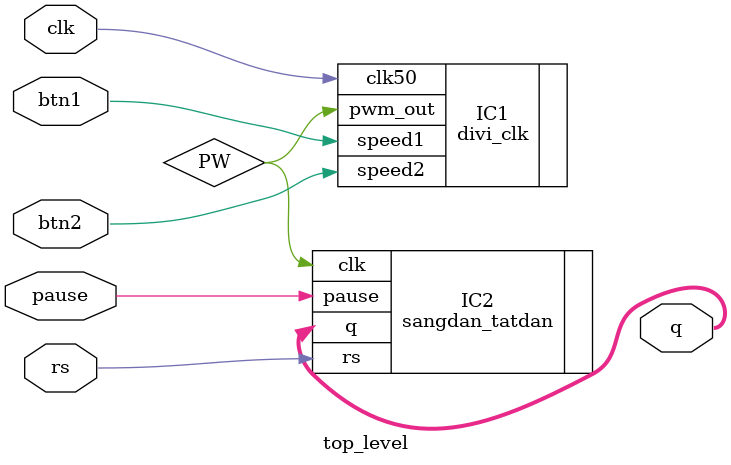
<source format=v>
`timescale 1ns / 1ps
module top_level(
input wire clk, rs, btn1, btn2, pause,
output wire [7:0] q
    );
wire PW;
divi_clk IC1(.clk50(clk), .speed1(btn1), .speed2(btn2), .pwm_out(PW));
sangdan_tatdan IC2(.clk(PW), .rs(rs),.q(q), .pause(pause));
endmodule


</source>
